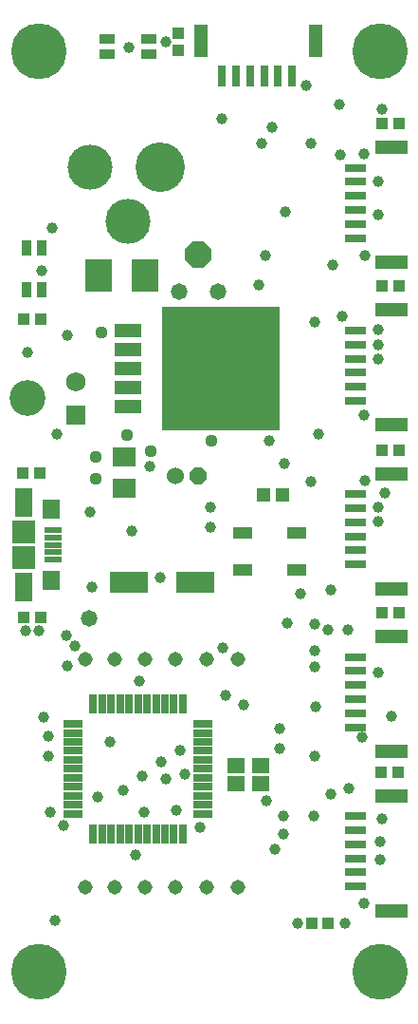
<source format=gbr>
G04 EAGLE Gerber RS-274X export*
G75*
%MOMM*%
%FSLAX34Y34*%
%LPD*%
%INSoldermask Top*%
%IPPOS*%
%AMOC8*
5,1,8,0,0,1.08239X$1,22.5*%
G01*
%ADD10C,4.965700*%
%ADD11R,1.003200X1.003200*%
%ADD12R,10.613200X11.003200*%
%ADD13R,2.362200X1.270000*%
%ADD14R,1.733200X1.733200*%
%ADD15C,1.733200*%
%ADD16C,3.203200*%
%ADD17R,0.703200X1.703200*%
%ADD18R,1.703200X0.703200*%
%ADD19C,1.311200*%
%ADD20R,1.603200X1.403200*%
%ADD21R,3.505200X1.981200*%
%ADD22R,0.838200X1.473200*%
%ADD23R,0.863600X1.473200*%
%ADD24R,2.903200X1.203200*%
%ADD25R,1.903200X0.803200*%
%ADD26R,1.203200X2.903200*%
%ADD27R,0.803200X1.903200*%
%ADD28C,1.473200*%
%ADD29P,2.556822X8X22.500000*%
%ADD30R,1.473200X0.838200*%
%ADD31R,1.473200X0.863600*%
%ADD32R,1.703200X1.103200*%
%ADD33R,1.303200X1.203200*%
%ADD34C,4.419200*%
%ADD35C,4.019200*%
%ADD36P,1.649562X8X22.500000*%
%ADD37C,1.524000*%
%ADD38R,1.553200X0.603200*%
%ADD39R,1.603200X1.803200*%
%ADD40R,1.503200X2.503200*%
%ADD41R,2.103200X2.003200*%
%ADD42R,2.489200X2.997200*%
%ADD43R,2.006200X1.803200*%
%ADD44C,0.990600*%
%ADD45C,1.109600*%


D10*
X30000Y30000D03*
X335000Y30000D03*
X335000Y850000D03*
X30000Y850000D03*
D11*
X31280Y611690D03*
X16280Y611690D03*
X15360Y474500D03*
X30360Y474500D03*
X31390Y345500D03*
X16390Y345500D03*
D12*
X192520Y567640D03*
D13*
X109208Y601676D03*
X109208Y584658D03*
X109208Y567640D03*
X109208Y550622D03*
X109208Y533604D03*
D14*
X63270Y526000D03*
D15*
X63270Y556000D03*
D16*
X20070Y541000D03*
D17*
X78490Y152860D03*
X86490Y152860D03*
X94490Y152860D03*
X102490Y152860D03*
X110490Y152860D03*
X118490Y152860D03*
X126490Y152860D03*
X134490Y152860D03*
X142490Y152860D03*
X150490Y152860D03*
X158490Y152860D03*
D18*
X176490Y170860D03*
X176490Y178860D03*
X176490Y186860D03*
X176490Y194860D03*
X176490Y202860D03*
X176490Y210860D03*
X176490Y218860D03*
X176490Y226860D03*
X176490Y234860D03*
X176490Y242860D03*
X176490Y250860D03*
D17*
X158490Y268860D03*
X150490Y268860D03*
X142490Y268860D03*
X134490Y268860D03*
X126490Y268860D03*
X118490Y268860D03*
X110490Y268860D03*
X102490Y268860D03*
X94490Y268860D03*
X86490Y268860D03*
X78490Y268860D03*
D18*
X60490Y250860D03*
X60490Y242860D03*
X60490Y234860D03*
X60490Y226860D03*
X60490Y218860D03*
X60490Y210860D03*
X60490Y202860D03*
X60490Y194860D03*
X60490Y186860D03*
X60490Y178860D03*
X60490Y170860D03*
D19*
X71583Y105640D03*
X97783Y105640D03*
X124783Y105640D03*
X151783Y105640D03*
X179583Y105640D03*
X207383Y105640D03*
X71583Y308840D03*
X97783Y308840D03*
X124783Y308840D03*
X151783Y308840D03*
X179583Y308840D03*
X207383Y308840D03*
D20*
X228000Y198000D03*
X228000Y214000D03*
X206000Y214000D03*
X206000Y198000D03*
D21*
X169591Y377000D03*
X110409Y377000D03*
D22*
X32000Y638000D03*
X19000Y638000D03*
D23*
X32000Y675000D03*
X19000Y675000D03*
D24*
X345000Y517500D03*
X345000Y620000D03*
D25*
X313000Y539000D03*
X313000Y551500D03*
X313000Y564000D03*
X313000Y576500D03*
X313000Y589000D03*
X313000Y601500D03*
D24*
X345000Y662500D03*
X345000Y765000D03*
D25*
X313000Y684000D03*
X313000Y696500D03*
X313000Y709000D03*
X313000Y721500D03*
X313000Y734000D03*
X313000Y746500D03*
D26*
X277500Y860000D03*
X175000Y860000D03*
D27*
X256000Y828000D03*
X243500Y828000D03*
X231000Y828000D03*
X218500Y828000D03*
X206000Y828000D03*
X193500Y828000D03*
D24*
X345000Y371500D03*
X345000Y474000D03*
D25*
X313000Y393000D03*
X313000Y405500D03*
X313000Y418000D03*
X313000Y430500D03*
X313000Y443000D03*
X313000Y455500D03*
D24*
X345000Y226500D03*
X345000Y329000D03*
D25*
X313000Y248000D03*
X313000Y260500D03*
X313000Y273000D03*
X313000Y285500D03*
X313000Y298000D03*
X313000Y310500D03*
D24*
X345000Y84500D03*
X345000Y187000D03*
D25*
X313000Y106000D03*
X313000Y118500D03*
X313000Y131000D03*
X313000Y143500D03*
X313000Y156000D03*
X313000Y168500D03*
D28*
X155000Y636000D03*
X190000Y636000D03*
X75000Y345000D03*
D29*
X172000Y669000D03*
D30*
X91000Y848000D03*
X91000Y861000D03*
D31*
X128000Y848000D03*
X128000Y861000D03*
D11*
X154000Y851500D03*
X154000Y866500D03*
X336500Y786000D03*
X351500Y786000D03*
X336500Y641000D03*
X351500Y641000D03*
X336500Y495000D03*
X351500Y495000D03*
X336500Y350000D03*
X351500Y350000D03*
X335500Y208000D03*
X350500Y208000D03*
D32*
X260500Y388500D03*
X260500Y421500D03*
X211500Y388500D03*
X211500Y421500D03*
D33*
X247500Y455000D03*
X230500Y455000D03*
D11*
X288500Y73000D03*
X273500Y73000D03*
D34*
X138000Y747000D03*
D35*
X75500Y747000D03*
X109500Y699000D03*
D36*
X172160Y472000D03*
D37*
X151840Y472000D03*
D38*
X42700Y423400D03*
X42700Y416900D03*
X42700Y410400D03*
X42700Y403900D03*
X42700Y397400D03*
D39*
X40450Y442400D03*
X40450Y378400D03*
D40*
X15950Y372900D03*
X15950Y447900D03*
D41*
X15950Y421900D03*
X15950Y398900D03*
D42*
X83540Y651000D03*
X124460Y651000D03*
D43*
X106000Y460780D03*
X106000Y489220D03*
D44*
X276000Y222000D03*
X38000Y240000D03*
X40000Y172000D03*
X212500Y267500D03*
X276000Y340000D03*
X336000Y166000D03*
X336000Y799000D03*
X32000Y655000D03*
X149000Y607000D03*
X169000Y607000D03*
X189000Y607000D03*
X209000Y607000D03*
X149000Y587000D03*
X149000Y567000D03*
X149000Y547000D03*
X149000Y527000D03*
X169000Y527000D03*
X169000Y547000D03*
X169000Y567000D03*
X209000Y567000D03*
X230000Y567000D03*
X189000Y547000D03*
X209000Y547000D03*
X229000Y547000D03*
X169000Y587000D03*
X189000Y587000D03*
X209000Y587000D03*
X229000Y587000D03*
X229000Y607000D03*
X189000Y527000D03*
X209000Y527000D03*
X229000Y527000D03*
X189000Y567000D03*
X193500Y790000D03*
X229000Y768000D03*
X273000Y768000D03*
X273000Y467000D03*
X248000Y169000D03*
X276000Y609000D03*
X303000Y73000D03*
X276000Y301500D03*
X333000Y602000D03*
X232000Y668000D03*
X299000Y758000D03*
X143000Y202000D03*
X275000Y168500D03*
X42000Y693000D03*
X153000Y174000D03*
X333000Y431000D03*
X160000Y206000D03*
X277000Y266000D03*
X333000Y576000D03*
X333000Y704500D03*
X335061Y129939D03*
X248000Y153000D03*
X333000Y444000D03*
X333000Y297000D03*
X335000Y146000D03*
X280000Y509000D03*
X333000Y734000D03*
X333000Y589000D03*
X233000Y182000D03*
X245000Y229000D03*
X75000Y345000D03*
X138061Y381061D03*
X61946Y320301D03*
X77000Y373000D03*
X54114Y329554D03*
D45*
X86000Y600000D03*
X109000Y508000D03*
D44*
X263500Y367000D03*
X183000Y444000D03*
X129000Y480000D03*
D45*
X81000Y469000D03*
D44*
X38000Y222000D03*
X116000Y134500D03*
X174000Y159000D03*
X18000Y334000D03*
X113000Y423000D03*
X82000Y186000D03*
X238000Y783000D03*
X236000Y503000D03*
X226000Y642000D03*
X139000Y217000D03*
X252000Y341000D03*
X339000Y457000D03*
X105000Y192000D03*
X250000Y707000D03*
X320000Y759000D03*
X156000Y227000D03*
X245000Y247000D03*
X288000Y335000D03*
X93140Y234860D03*
X291000Y188000D03*
X241000Y139000D03*
X122000Y204000D03*
X249000Y483000D03*
X301000Y614000D03*
X55000Y597000D03*
X345000Y258000D03*
X276000Y316000D03*
X34000Y257000D03*
X124000Y172000D03*
X197000Y276000D03*
X183000Y426000D03*
X52000Y160000D03*
X194000Y319000D03*
X120000Y289000D03*
X46000Y509000D03*
X20000Y582000D03*
X110711Y853387D03*
X143000Y859000D03*
X298602Y803000D03*
X292000Y660000D03*
X306000Y335000D03*
X321000Y468000D03*
X307000Y193000D03*
X291000Y370000D03*
X319000Y239000D03*
X320000Y91000D03*
X269000Y820000D03*
X321000Y668000D03*
X320000Y526000D03*
D45*
X81000Y489000D03*
X184000Y503000D03*
X129860Y493860D03*
D44*
X30000Y334000D03*
X55000Y303000D03*
X44000Y76000D03*
X261000Y73000D03*
X76000Y440000D03*
M02*

</source>
